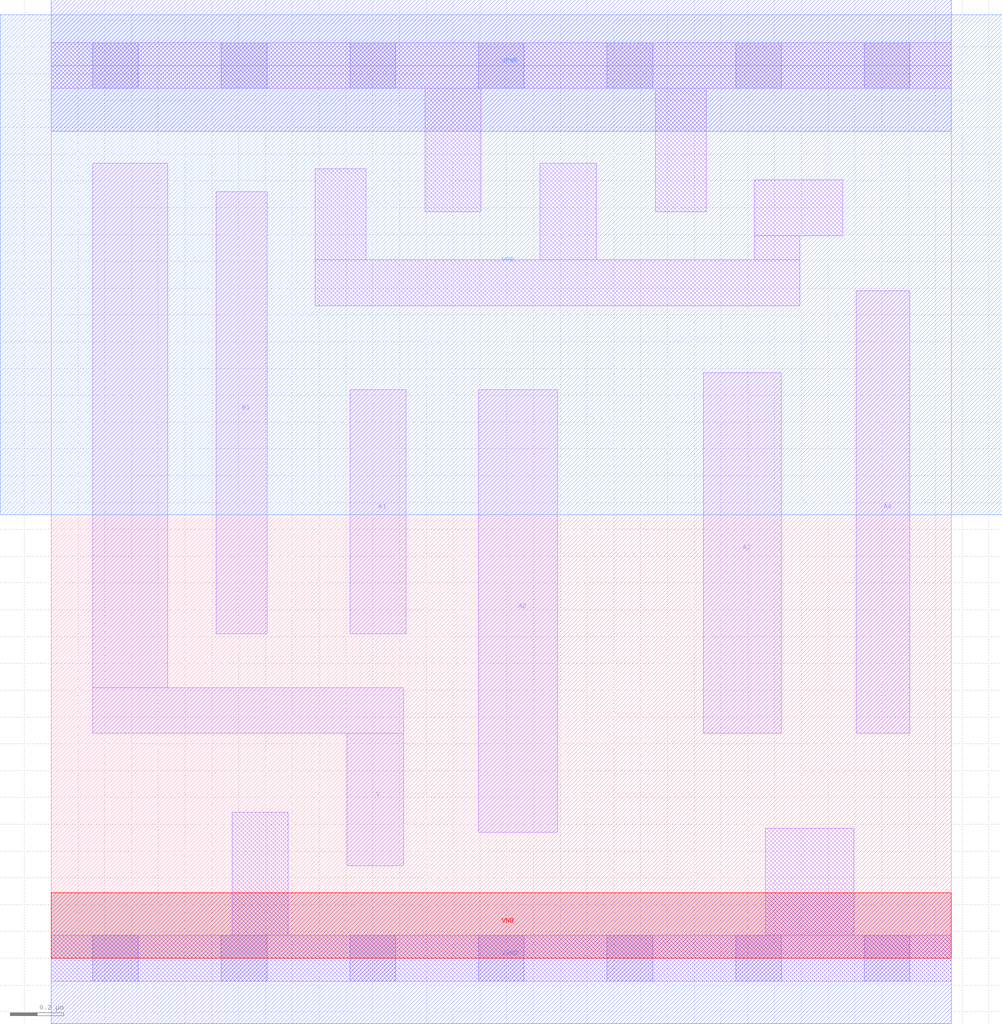
<source format=lef>
# Copyright 2020 The SkyWater PDK Authors
#
# Licensed under the Apache License, Version 2.0 (the "License");
# you may not use this file except in compliance with the License.
# You may obtain a copy of the License at
#
#     https://www.apache.org/licenses/LICENSE-2.0
#
# Unless required by applicable law or agreed to in writing, software
# distributed under the License is distributed on an "AS IS" BASIS,
# WITHOUT WARRANTIES OR CONDITIONS OF ANY KIND, either express or implied.
# See the License for the specific language governing permissions and
# limitations under the License.
#
# SPDX-License-Identifier: Apache-2.0

VERSION 5.7 ;
  NOWIREEXTENSIONATPIN ON ;
  DIVIDERCHAR "/" ;
  BUSBITCHARS "[]" ;
MACRO sky130_fd_sc_lp__a41oi_m
  CLASS CORE ;
  FOREIGN sky130_fd_sc_lp__a41oi_m ;
  ORIGIN  0.000000  0.000000 ;
  SIZE  3.360000 BY  3.330000 ;
  SYMMETRY X Y R90 ;
  SITE unit ;
  PIN A1
    ANTENNAGATEAREA  0.126000 ;
    DIRECTION INPUT ;
    USE SIGNAL ;
    PORT
      LAYER li1 ;
        RECT 1.115000 1.210000 1.325000 2.120000 ;
    END
  END A1
  PIN A2
    ANTENNAGATEAREA  0.126000 ;
    DIRECTION INPUT ;
    USE SIGNAL ;
    PORT
      LAYER li1 ;
        RECT 1.595000 0.470000 1.890000 2.120000 ;
    END
  END A2
  PIN A3
    ANTENNAGATEAREA  0.126000 ;
    DIRECTION INPUT ;
    USE SIGNAL ;
    PORT
      LAYER li1 ;
        RECT 2.435000 0.840000 2.725000 2.185000 ;
    END
  END A3
  PIN A4
    ANTENNAGATEAREA  0.126000 ;
    DIRECTION INPUT ;
    USE SIGNAL ;
    PORT
      LAYER li1 ;
        RECT 3.005000 0.840000 3.205000 2.490000 ;
    END
  END A4
  PIN B1
    ANTENNAGATEAREA  0.126000 ;
    DIRECTION INPUT ;
    USE SIGNAL ;
    PORT
      LAYER li1 ;
        RECT 0.615000 1.210000 0.805000 2.860000 ;
    END
  END B1
  PIN Y
    ANTENNADIFFAREA  0.350700 ;
    DIRECTION OUTPUT ;
    USE SIGNAL ;
    PORT
      LAYER li1 ;
        RECT 0.155000 0.840000 1.315000 1.010000 ;
        RECT 0.155000 1.010000 0.435000 2.965000 ;
        RECT 1.105000 0.345000 1.315000 0.840000 ;
    END
  END Y
  PIN VGND
    DIRECTION INOUT ;
    USE GROUND ;
    PORT
      LAYER met1 ;
        RECT 0.000000 -0.245000 3.360000 0.245000 ;
    END
  END VGND
  PIN VNB
    DIRECTION INOUT ;
    USE GROUND ;
    PORT
      LAYER pwell ;
        RECT 0.000000 0.000000 3.360000 0.245000 ;
    END
  END VNB
  PIN VPB
    DIRECTION INOUT ;
    USE POWER ;
    PORT
      LAYER nwell ;
        RECT -0.190000 1.655000 3.550000 3.520000 ;
    END
  END VPB
  PIN VPWR
    DIRECTION INOUT ;
    USE POWER ;
    PORT
      LAYER met1 ;
        RECT 0.000000 3.085000 3.360000 3.575000 ;
    END
  END VPWR
  OBS
    LAYER li1 ;
      RECT 0.000000 -0.085000 3.360000 0.085000 ;
      RECT 0.000000  3.245000 3.360000 3.415000 ;
      RECT 0.675000  0.085000 0.885000 0.545000 ;
      RECT 0.985000  2.435000 2.795000 2.605000 ;
      RECT 0.985000  2.605000 1.175000 2.945000 ;
      RECT 1.395000  2.785000 1.605000 3.245000 ;
      RECT 1.825000  2.605000 2.035000 2.965000 ;
      RECT 2.255000  2.785000 2.445000 3.245000 ;
      RECT 2.625000  2.605000 2.795000 2.695000 ;
      RECT 2.625000  2.695000 2.955000 2.905000 ;
      RECT 2.665000  0.085000 2.995000 0.485000 ;
    LAYER mcon ;
      RECT 0.155000 -0.085000 0.325000 0.085000 ;
      RECT 0.155000  3.245000 0.325000 3.415000 ;
      RECT 0.635000 -0.085000 0.805000 0.085000 ;
      RECT 0.635000  3.245000 0.805000 3.415000 ;
      RECT 1.115000 -0.085000 1.285000 0.085000 ;
      RECT 1.115000  3.245000 1.285000 3.415000 ;
      RECT 1.595000 -0.085000 1.765000 0.085000 ;
      RECT 1.595000  3.245000 1.765000 3.415000 ;
      RECT 2.075000 -0.085000 2.245000 0.085000 ;
      RECT 2.075000  3.245000 2.245000 3.415000 ;
      RECT 2.555000 -0.085000 2.725000 0.085000 ;
      RECT 2.555000  3.245000 2.725000 3.415000 ;
      RECT 3.035000 -0.085000 3.205000 0.085000 ;
      RECT 3.035000  3.245000 3.205000 3.415000 ;
  END
END sky130_fd_sc_lp__a41oi_m
END LIBRARY

</source>
